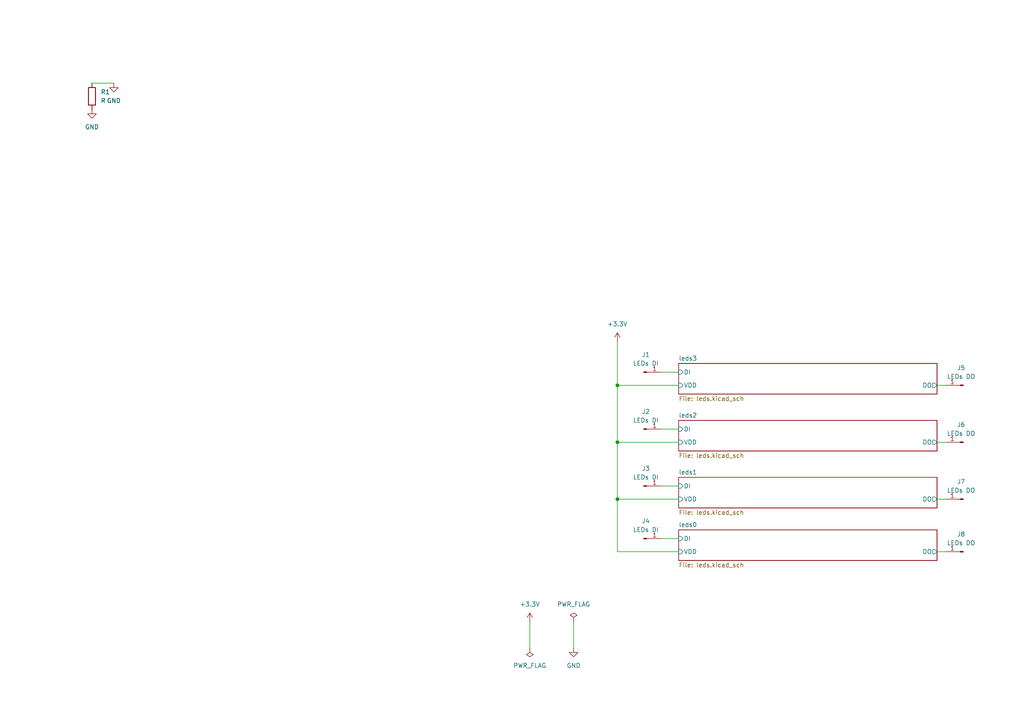
<source format=kicad_sch>
(kicad_sch (version 20231120) (generator "eeschema") (generator_version "8.0")
  (paper "A4")
  (lib_symbols
    (symbol "Device:R" (pin_numbers hide) (pin_names (offset 0))
      (property "Reference" "R" (at 2.032 0 90))
      (property "Value" "R" (at 0 0 90))
      (symbol "R_0_1"
        (rectangle (start -1.016 -2.54) (end 1.016 2.54) (stroke (width 0.254)))
      )
      (symbol "R_1_1"
        (pin passive line (at 0 3.81 270) (length 1.27) (name "~") (number "1"))
        (pin passive line (at 0 -3.81 90) (length 1.27) (name "~") (number "2"))
      )
    )
    (symbol "base:PTH" (in_bom no)
      (property "Reference" "J" (at 0 2.286 0))
      (symbol "PTH_1_1"
        (rectangle (start -4.2164 0.127) (end -5.08 -0.127) (stroke (width 0.1524)) (fill (type outline)))
        (polyline (pts (xy -3.81 0) (xy -4.2164 0)) (stroke (width 0.1524)))
        (pin passive line (at 0 0 180) (length 3.81) (name "") (number "1"))
      )
    )
    (symbol "power:+3.3V" (power) (pin_numbers hide) (pin_names (offset 0) hide)
      (property "Value" "+3.3V" (at 0 3.556 0))
      (symbol "+3.3V_0_1"
        (polyline (pts (xy -0.762 1.27) (xy 0 2.54)))
        (polyline (pts (xy 0 0) (xy 0 2.54)))
        (polyline (pts (xy 0 2.54) (xy 0.762 1.27)))
      )
      (symbol "+3.3V_1_1"
        (pin power_in line (at 0 0 90) (length 0) (name "~") (number "1"))
      )
    )
    (symbol "power:GND" (power) (pin_numbers hide) (pin_names (offset 0) hide)
      (property "Value" "GND" (at 0 -3.81 0))
      (symbol "GND_0_1"
        (polyline (pts (xy 0 0) (xy 0 -1.27) (xy 1.27 -1.27) (xy 0 -2.54) (xy -1.27 -1.27) (xy 0 -1.27)))
      )
      (symbol "GND_1_1"
        (pin power_in line (at 0 0 270) (length 0) (name "~") (number "1"))
      )
    )
    (symbol "power:PWR_FLAG" (power) (pin_numbers hide) (pin_names (offset 0) hide)
      (property "Value" "PWR_FLAG" (at 0 3.81 0))
      (symbol "PWR_FLAG_0_0"
        (pin power_out line (at 0 0 90) (length 0) (name "~") (number "1"))
      )
      (symbol "PWR_FLAG_0_1"
        (polyline (pts (xy 0 0) (xy 0 1.27) (xy -1.016 1.905) (xy 0 2.54) (xy 1.016 1.905) (xy 0 1.27)))
      )
    )
  )
  (junction (at 179.07 144.78))
  (junction (at 179.07 128.27))
  (junction (at 179.07 111.76))
  (wire (pts (xy 179.07 144.78) (xy 196.85 144.78)))
  (wire (pts (xy 179.07 128.27) (xy 196.85 128.27)))
  (wire (pts (xy 179.07 99.06) (xy 179.07 111.76)))
  (wire (pts (xy 196.85 107.95) (xy 191.77 107.95)))
  (wire (pts (xy 196.85 156.21) (xy 191.77 156.21)))
  (wire (pts (xy 153.67 180.34) (xy 153.67 187.96)))
  (wire (pts (xy 179.07 128.27) (xy 179.07 144.78)))
  (wire (pts (xy 196.85 124.46) (xy 191.77 124.46)))
  (wire (pts (xy 271.78 144.78) (xy 274.32 144.78)))
  (wire (pts (xy 179.07 160.02) (xy 196.85 160.02)))
  (wire (pts (xy 271.78 128.27) (xy 274.32 128.27)))
  (wire (pts (xy 179.07 111.76) (xy 179.07 128.27)))
  (wire (pts (xy 179.07 144.78) (xy 179.07 160.02)))
  (wire (pts (xy 26.67 24.13) (xy 33.02 24.13)))
  (wire (pts (xy 166.37 180.34) (xy 166.37 187.96)))
  (wire (pts (xy 196.85 140.97) (xy 191.77 140.97)))
  (wire (pts (xy 271.78 160.02) (xy 274.32 160.02)))
  (wire (pts (xy 271.78 111.76) (xy 274.32 111.76)))
  (wire (pts (xy 179.07 111.76) (xy 196.85 111.76)))
  (symbol (lib_id "power:PWR_FLAG") (at 153.67 187.96 180) (unit 1)
    (property "Reference" "#FLG01" (effects (hide yes)))
    (property "Value" "PWR_FLAG" (at 153.67 193.04 0))
    (property "Description" "Special symbol for telling ERC where power comes from" (effects (hide yes)))
  )
  (symbol (lib_id "power:PWR_FLAG") (at 166.37 180.34 0) (unit 1)
    (property "Reference" "#FLG02" (effects (hide yes)))
    (property "Value" "PWR_FLAG" (at 166.37 175.26 0))
    (property "Description" "Special symbol for telling ERC where power comes from" (effects (hide yes)))
  )
  (symbol (lib_id "power:+3.3V") (at 153.67 180.34 0) (unit 1)
    (property "Reference" "#PWR01" (effects (hide yes)))
    (property "Value" "+3.3V" (at 153.67 175.26 0))
    (property "Description" "Power symbol creates a global label with name \"+3.3V\"" (effects (hide yes)))
  )
  (symbol (lib_id "Device:R") (at 26.67 27.94 0) (unit 1)
    (property "Reference" "R1" (at 29.21 26.6699 0) (effects (justify left)))
    (property "Value" "R" (at 29.21 29.2099 0) (effects (justify left)))
    (property "Description" "Resistor" (effects (hide yes)))
  )
  (symbol (lib_id "power:+3.3V") (at 179.07 99.06 0) (unit 1)
    (property "Reference" "#PWR03" (effects (hide yes)))
    (property "Value" "+3.3V" (at 179.07 93.98 0))
    (property "Description" "Power symbol creates a global label with name \"+3.3V\"" (effects (hide yes)))
  )
  (symbol (lib_id "power:GND") (at 26.67 31.75 0) (unit 1)
    (property "Reference" "#PWR09" (effects (hide yes)))
    (property "Value" "GND" (at 26.67 36.83 0))
    (property "Description" "Power symbol creates a global label with name \"GND\" , ground" (effects (hide yes)))
  )
  (symbol (lib_id "base:PTH") (at 191.77 140.97 0) (unit 1) (in_bom no)
    (property "Reference" "J3" (at 187.325 135.89 0))
    (property "Value" "LEDs DI" (at 187.325 138.43 0))
    (property "Footprint" "base:PTH" (effects (hide yes)))
    (property "Description" "Generic connector, single row, 01x01, script generated" (effects (hide yes)))
  )
  (symbol (lib_id "base:PTH") (at 274.32 111.76 180) (unit 1) (in_bom no)
    (property "Reference" "J5" (at 278.765 106.68 0))
    (property "Value" "LEDs DO" (at 278.765 109.22 0))
    (property "Footprint" "base:PTH" (effects (hide yes)))
    (property "Description" "Generic connector, single row, 01x01, script generated" (effects (hide yes)))
  )
  (symbol (lib_id "base:PTH") (at 274.32 160.02 180) (unit 1) (in_bom no)
    (property "Reference" "J8" (at 278.765 154.94 0))
    (property "Value" "LEDs DO" (at 278.765 157.48 0))
    (property "Footprint" "base:PTH" (effects (hide yes)))
    (property "Description" "Generic connector, single row, 01x01, script generated" (effects (hide yes)))
  )
  (symbol (lib_id "base:PTH") (at 274.32 144.78 180) (unit 1) (in_bom no)
    (property "Reference" "J7" (at 278.765 139.7 0))
    (property "Value" "LEDs DO" (at 278.765 142.24 0))
    (property "Footprint" "base:PTH" (effects (hide yes)))
    (property "Description" "Generic connector, single row, 01x01, script generated" (effects (hide yes)))
  )
  (symbol (lib_id "power:GND") (at 33.02 24.13 0) (unit 1)
    (property "Reference" "#PWR08" (effects (hide yes)))
    (property "Value" "GND" (at 33.02 29.21 0))
    (property "Description" "Power symbol creates a global label with name \"GND\" , ground" (effects (hide yes)))
  )
  (symbol (lib_id "base:PTH") (at 191.77 156.21 0) (unit 1) (in_bom no)
    (property "Reference" "J4" (at 187.325 151.13 0))
    (property "Value" "LEDs DI" (at 187.325 153.67 0))
    (property "Footprint" "base:PTH" (effects (hide yes)))
    (property "Description" "Generic connector, single row, 01x01, script generated" (effects (hide yes)))
  )
  (symbol (lib_id "power:GND") (at 166.37 187.96 0) (unit 1)
    (property "Reference" "#PWR02" (effects (hide yes)))
    (property "Value" "GND" (at 166.37 193.04 0))
    (property "Description" "Power symbol creates a global label with name \"GND\" , ground" (effects (hide yes)))
  )
  (symbol (lib_id "base:PTH") (at 191.77 107.95 0) (unit 1) (in_bom no)
    (property "Reference" "J1" (at 187.325 102.87 0))
    (property "Value" "LEDs DI" (at 187.325 105.41 0))
    (property "Footprint" "base:PTH" (effects (hide yes)))
    (property "Description" "Generic connector, single row, 01x01, script generated" (effects (hide yes)))
  )
  (symbol (lib_id "base:PTH") (at 191.77 124.46 0) (unit 1) (in_bom no)
    (property "Reference" "J2" (at 187.325 119.38 0))
    (property "Value" "LEDs DI" (at 187.325 121.92 0))
    (property "Footprint" "base:PTH" (effects (hide yes)))
    (property "Description" "Generic connector, single row, 01x01, script generated" (effects (hide yes)))
  )
  (symbol (lib_id "base:PTH") (at 274.32 128.27 180) (unit 1) (in_bom no)
    (property "Reference" "J6" (at 278.765 123.19 0))
    (property "Value" "LEDs DO" (at 278.765 125.73 0))
    (property "Footprint" "base:PTH" (effects (hide yes)))
    (property "Description" "Generic connector, single row, 01x01, script generated" (effects (hide yes)))
  )
  (sheet (at 196.85 105.41) (size 74.93 8.89) (stroke (width 0.1524))
    (property "Sheetname" "leds3" (at 196.85 104.6984 0) (effects (justify left bottom)))
    (property "Sheetfile" "leds.kicad_sch" (at 196.85 114.8846 0) (effects (justify left top)))
    (pin "VDD" input (at 196.85 111.76 180))
    (pin "DI" input (at 196.85 107.95 180))
    (pin "DO" output (at 271.78 111.76 0))
  )
  (sheet (at 196.85 138.43) (size 74.93 8.89) (stroke (width 0.1524))
    (property "Sheetname" "leds1" (at 196.85 137.7184 0) (effects (justify left bottom)))
    (property "Sheetfile" "leds.kicad_sch" (at 196.85 147.9046 0) (effects (justify left top)))
    (pin "VDD" input (at 196.85 144.78 180))
    (pin "DI" input (at 196.85 140.97 180))
    (pin "DO" output (at 271.78 144.78 0))
  )
  (sheet (at 196.85 153.67) (size 74.93 8.89) (stroke (width 0.1524))
    (property "Sheetname" "leds0" (at 196.85 152.9584 0) (effects (justify left bottom)))
    (property "Sheetfile" "leds.kicad_sch" (at 196.85 163.1446 0) (effects (justify left top)))
    (pin "VDD" input (at 196.85 160.02 180))
    (pin "DI" input (at 196.85 156.21 180))
    (pin "DO" output (at 271.78 160.02 0))
  )
  (sheet (at 196.85 121.92) (size 74.93 8.89) (stroke (width 0.1524))
    (property "Sheetname" "leds2" (at 196.85 121.2084 0) (effects (justify left bottom)))
    (property "Sheetfile" "leds.kicad_sch" (at 196.85 131.3946 0) (effects (justify left top)))
    (pin "VDD" input (at 196.85 128.27 180))
    (pin "DI" input (at 196.85 124.46 180))
    (pin "DO" output (at 271.78 128.27 0))
  )
)
</source>
